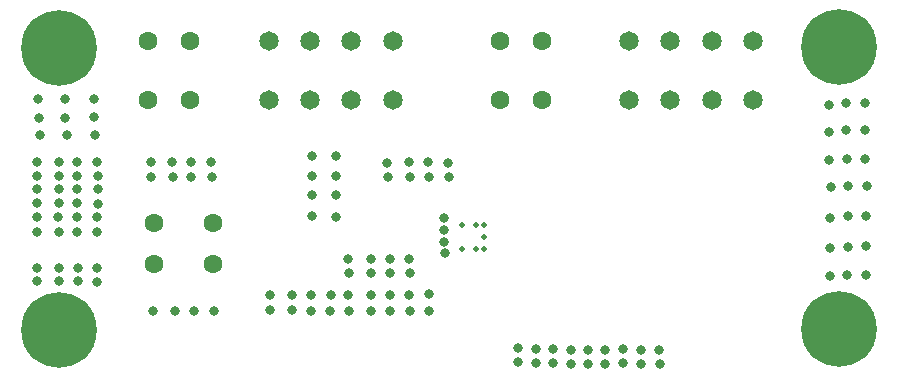
<source format=gbr>
%TF.GenerationSoftware,KiCad,Pcbnew,8.0.3*%
%TF.CreationDate,2024-08-06T18:37:16+01:00*%
%TF.ProjectId,DRV8243 DC Motor Driver Expander,44525638-3234-4332-9044-43204d6f746f,rev?*%
%TF.SameCoordinates,Original*%
%TF.FileFunction,Soldermask,Bot*%
%TF.FilePolarity,Negative*%
%FSLAX46Y46*%
G04 Gerber Fmt 4.6, Leading zero omitted, Abs format (unit mm)*
G04 Created by KiCad (PCBNEW 8.0.3) date 2024-08-06 18:37:16*
%MOMM*%
%LPD*%
G01*
G04 APERTURE LIST*
%ADD10C,0.800000*%
%ADD11C,1.600200*%
%ADD12C,0.499999*%
%ADD13C,1.650000*%
%ADD14C,6.400000*%
G04 APERTURE END LIST*
D10*
%TO.C,*%
X105690000Y-91170000D03*
%TD*%
%TO.C,*%
X137820000Y-105830000D03*
%TD*%
%TO.C,*%
X107380000Y-89960000D03*
%TD*%
%TO.C,*%
X96030000Y-93430000D03*
%TD*%
%TO.C,*%
X134820000Y-105760000D03*
%TD*%
%TO.C,*%
X92600000Y-91090000D03*
%TD*%
%TO.C,*%
X118980000Y-101190000D03*
%TD*%
%TO.C,*%
X127490000Y-91220000D03*
%TD*%
%TO.C,*%
X97540000Y-87630000D03*
%TD*%
%TO.C,*%
X104290000Y-102540000D03*
%TD*%
%TO.C,*%
X115880000Y-92690000D03*
%TD*%
D11*
%TO.C,J3*%
X135331200Y-84654400D03*
X135331200Y-79654400D03*
X131831197Y-84654400D03*
X131831197Y-79654400D03*
%TD*%
D10*
%TO.C,*%
X124150000Y-102530000D03*
%TD*%
%TO.C,*%
X162750000Y-89640000D03*
%TD*%
%TO.C,*%
X94430000Y-89940000D03*
%TD*%
%TO.C,*%
X134840000Y-106950000D03*
%TD*%
%TO.C,*%
X114170000Y-102500000D03*
%TD*%
D12*
%TO.C,U1*%
X130454400Y-95265999D03*
X130454400Y-97266001D03*
X130454400Y-96266000D03*
X129754399Y-95265999D03*
X129754399Y-97266001D03*
X128604401Y-97266001D03*
X128604401Y-95265999D03*
%TD*%
D11*
%TO.C,J5*%
X102520000Y-98577200D03*
X107520000Y-98577200D03*
X102520000Y-95077197D03*
X107520000Y-95077197D03*
%TD*%
D10*
%TO.C,*%
X119040000Y-99320000D03*
%TD*%
%TO.C,*%
X142250000Y-106990000D03*
%TD*%
%TO.C,*%
X117940000Y-94570000D03*
%TD*%
%TO.C,*%
X162820000Y-97080000D03*
%TD*%
%TO.C,*%
X139230000Y-105870000D03*
%TD*%
%TO.C,*%
X115900000Y-89390000D03*
%TD*%
%TO.C,*%
X122470000Y-101200000D03*
%TD*%
%TO.C,*%
X96010000Y-95850000D03*
%TD*%
%TO.C,*%
X92710000Y-84600000D03*
%TD*%
%TO.C,*%
X94450000Y-93430000D03*
%TD*%
%TO.C,*%
X97720000Y-100060000D03*
%TD*%
%TO.C,*%
X124120000Y-101210000D03*
%TD*%
%TO.C,*%
X118980000Y-98160000D03*
%TD*%
%TO.C,*%
X122500000Y-102520000D03*
%TD*%
%TO.C,*%
X97430000Y-86150000D03*
%TD*%
%TO.C,*%
X161240000Y-97110000D03*
%TD*%
%TO.C,*%
X112320000Y-101180000D03*
%TD*%
%TO.C,*%
X92740000Y-86180000D03*
%TD*%
%TO.C,*%
X125770000Y-91200000D03*
%TD*%
%TO.C,*%
X127070000Y-95680000D03*
%TD*%
%TO.C,*%
X95020000Y-86180000D03*
%TD*%
%TO.C,*%
X143730000Y-107020000D03*
%TD*%
%TO.C,*%
X92570000Y-94610000D03*
%TD*%
%TO.C,*%
X161170000Y-89670000D03*
%TD*%
%TO.C,*%
X139250000Y-107060000D03*
%TD*%
%TO.C,*%
X159760000Y-97220000D03*
%TD*%
%TO.C,*%
X125770000Y-101120000D03*
%TD*%
%TO.C,*%
X162790000Y-99460000D03*
%TD*%
%TO.C,*%
X94450000Y-100040000D03*
%TD*%
%TO.C,*%
X104080000Y-89940000D03*
%TD*%
%TO.C,*%
X92610000Y-93440000D03*
%TD*%
%TO.C,*%
X122350000Y-91210000D03*
%TD*%
%TO.C,*%
X96010000Y-89940000D03*
%TD*%
%TO.C,*%
X159660000Y-87370000D03*
%TD*%
%TO.C,*%
X92590000Y-95860000D03*
%TD*%
%TO.C,*%
X127130000Y-97650000D03*
%TD*%
%TO.C,*%
X94460000Y-98900000D03*
%TD*%
%TO.C,*%
X104110000Y-91170000D03*
%TD*%
D13*
%TO.C,J2*%
X122732800Y-84705200D03*
X122732800Y-79705200D03*
X119232800Y-84705200D03*
X119232800Y-79705200D03*
X115732800Y-84705200D03*
X115732800Y-79705200D03*
X112232800Y-84705200D03*
X112232800Y-79705200D03*
%TD*%
D10*
%TO.C,*%
X105910000Y-102550000D03*
%TD*%
%TO.C,*%
X92850000Y-87660000D03*
%TD*%
%TO.C,*%
X119010000Y-102510000D03*
%TD*%
%TO.C,*%
X92610000Y-92240000D03*
%TD*%
%TO.C,*%
X114190000Y-101180000D03*
%TD*%
%TO.C,*%
X115810000Y-101190000D03*
%TD*%
%TO.C,*%
X127030000Y-94640000D03*
%TD*%
%TO.C,*%
X112300000Y-102500000D03*
%TD*%
%TO.C,*%
X162820000Y-94500000D03*
%TD*%
%TO.C,*%
X127420000Y-89990000D03*
%TD*%
%TO.C,*%
X162860000Y-91950000D03*
%TD*%
%TO.C,*%
X96020000Y-91080000D03*
%TD*%
%TO.C,*%
X136320000Y-106990000D03*
%TD*%
%TO.C,*%
X95130000Y-87660000D03*
%TD*%
%TO.C,*%
X140710000Y-107020000D03*
%TD*%
%TO.C,*%
X92580000Y-100040000D03*
%TD*%
%TO.C,*%
X161210000Y-99490000D03*
%TD*%
%TO.C,*%
X102240000Y-89950000D03*
%TD*%
%TO.C,*%
X94430000Y-95850000D03*
%TD*%
%TO.C,*%
X96080000Y-98910000D03*
%TD*%
D11*
%TO.C,J1*%
X105537001Y-84709000D03*
X105537001Y-79709000D03*
X102036998Y-84709000D03*
X102036998Y-79709000D03*
%TD*%
D10*
%TO.C,*%
X117930000Y-91150000D03*
%TD*%
%TO.C,*%
X161280000Y-91980000D03*
%TD*%
%TO.C,*%
X159760000Y-94640000D03*
%TD*%
%TO.C,*%
X127070000Y-96680000D03*
%TD*%
%TO.C,*%
X97730000Y-98920000D03*
%TD*%
%TO.C,*%
X145330000Y-107040000D03*
%TD*%
%TO.C,*%
X161140000Y-84980000D03*
%TD*%
%TO.C,*%
X145310000Y-105850000D03*
%TD*%
%TO.C,*%
X97730000Y-89960000D03*
%TD*%
%TO.C,H2*%
X158128000Y-80183056D03*
X158830944Y-78486000D03*
X158830944Y-81880112D03*
X160528000Y-77783056D03*
D14*
X160528000Y-80183056D03*
D10*
X160528000Y-82583056D03*
X162225056Y-78486000D03*
X162225056Y-81880112D03*
X162928000Y-80183056D03*
%TD*%
%TO.C,*%
X161140000Y-87260000D03*
%TD*%
%TO.C,*%
X143710000Y-105830000D03*
%TD*%
%TO.C,*%
X105660000Y-89940000D03*
%TD*%
%TO.C,*%
X122470000Y-98170000D03*
%TD*%
%TO.C,*%
X124120000Y-98180000D03*
%TD*%
%TO.C,*%
X94990000Y-84600000D03*
%TD*%
%TO.C,*%
X97750000Y-92250000D03*
%TD*%
%TO.C,*%
X97750000Y-93450000D03*
%TD*%
%TO.C,*%
X115790000Y-102510000D03*
%TD*%
%TO.C,H3*%
X92088000Y-104140000D03*
X92790944Y-102442944D03*
X92790944Y-105837056D03*
X94488000Y-101740000D03*
D14*
X94488000Y-104140000D03*
D10*
X94488000Y-106540000D03*
X96185056Y-102442944D03*
X96185056Y-105837056D03*
X96888000Y-104140000D03*
%TD*%
%TO.C,*%
X120850000Y-101190000D03*
%TD*%
%TO.C,*%
X102270000Y-91180000D03*
%TD*%
%TO.C,*%
X97730000Y-95870000D03*
%TD*%
%TO.C,*%
X94410000Y-94600000D03*
%TD*%
%TO.C,*%
X120910000Y-99320000D03*
%TD*%
%TO.C,*%
X162720000Y-84950000D03*
%TD*%
%TO.C,*%
X124120000Y-89970000D03*
%TD*%
%TO.C,*%
X122530000Y-99330000D03*
%TD*%
%TO.C,*%
X125700000Y-89970000D03*
%TD*%
%TO.C,*%
X115880000Y-91110000D03*
%TD*%
%TO.C,*%
X124180000Y-99340000D03*
%TD*%
%TO.C,*%
X133320000Y-106890000D03*
%TD*%
%TO.C,*%
X142230000Y-105800000D03*
%TD*%
%TO.C,*%
X97710000Y-94620000D03*
%TD*%
%TO.C,*%
X92590000Y-98900000D03*
%TD*%
%TO.C,*%
X107410000Y-91190000D03*
%TD*%
%TO.C,*%
X94440000Y-91080000D03*
%TD*%
%TO.C,*%
X161240000Y-94530000D03*
%TD*%
%TO.C,*%
X136300000Y-105800000D03*
%TD*%
%TO.C,*%
X97740000Y-91100000D03*
%TD*%
%TO.C,*%
X96070000Y-100050000D03*
%TD*%
%TO.C,*%
X162720000Y-87230000D03*
%TD*%
%TO.C,*%
X92590000Y-89950000D03*
%TD*%
%TO.C,*%
X133300000Y-105700000D03*
%TD*%
%TO.C,*%
X115890000Y-94530000D03*
%TD*%
%TO.C,*%
X102420000Y-102540000D03*
%TD*%
%TO.C,*%
X120880000Y-102510000D03*
%TD*%
%TO.C,*%
X95990000Y-94600000D03*
%TD*%
%TO.C,*%
X159800000Y-92090000D03*
%TD*%
%TO.C,*%
X96030000Y-92230000D03*
%TD*%
%TO.C,*%
X117950000Y-89430000D03*
%TD*%
%TO.C,*%
X117440000Y-102520000D03*
%TD*%
%TO.C,*%
X124190000Y-91200000D03*
%TD*%
%TO.C,*%
X159730000Y-99600000D03*
%TD*%
%TO.C,*%
X125820000Y-102560002D03*
%TD*%
%TO.C,*%
X94450000Y-92230000D03*
%TD*%
%TO.C,*%
X140690000Y-105830000D03*
%TD*%
%TO.C,*%
X107560000Y-102560000D03*
%TD*%
D13*
%TO.C,J4*%
X153244000Y-84694400D03*
X153244000Y-79694400D03*
X149744000Y-84694400D03*
X149744000Y-79694400D03*
X146244000Y-84694400D03*
X146244000Y-79694400D03*
X142744000Y-84694400D03*
X142744000Y-79694400D03*
%TD*%
D10*
%TO.C,*%
X117930000Y-92730000D03*
%TD*%
%TO.C,H1*%
X92088000Y-80264000D03*
X92790944Y-78566944D03*
X92790944Y-81961056D03*
X94488000Y-77864000D03*
D14*
X94488000Y-80264000D03*
D10*
X94488000Y-82664000D03*
X96185056Y-78566944D03*
X96185056Y-81961056D03*
X96888000Y-80264000D03*
%TD*%
%TO.C,*%
X137840000Y-107020000D03*
%TD*%
%TO.C,*%
X159690000Y-89780000D03*
%TD*%
%TO.C,*%
X122280000Y-89980000D03*
%TD*%
%TO.C,*%
X97400000Y-84570000D03*
%TD*%
%TO.C,*%
X117460000Y-101200000D03*
%TD*%
%TO.C,H4*%
X158128000Y-104093944D03*
X158830944Y-102396888D03*
X158830944Y-105791000D03*
X160528000Y-101693944D03*
D14*
X160528000Y-104093944D03*
D10*
X160528000Y-106493944D03*
X162225056Y-102396888D03*
X162225056Y-105791000D03*
X162928000Y-104093944D03*
%TD*%
%TO.C,*%
X120850000Y-98160000D03*
%TD*%
%TO.C,*%
X159660000Y-85090000D03*
%TD*%
M02*

</source>
